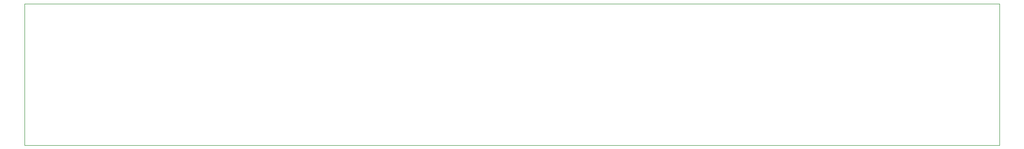
<source format=gbr>
%TF.GenerationSoftware,KiCad,Pcbnew,(6.0.9)*%
%TF.CreationDate,2023-11-02T17:09:57-06:00*%
%TF.ProjectId,MagicWand_Motherboard,4d616769-6357-4616-9e64-5f4d6f746865,rev?*%
%TF.SameCoordinates,Original*%
%TF.FileFunction,Profile,NP*%
%FSLAX46Y46*%
G04 Gerber Fmt 4.6, Leading zero omitted, Abs format (unit mm)*
G04 Created by KiCad (PCBNEW (6.0.9)) date 2023-11-02 17:09:57*
%MOMM*%
%LPD*%
G01*
G04 APERTURE LIST*
%TA.AperFunction,Profile*%
%ADD10C,0.100000*%
%TD*%
G04 APERTURE END LIST*
D10*
X69000000Y-74422000D02*
X244000000Y-74422000D01*
X244000000Y-74422000D02*
X244000000Y-99822000D01*
X244000000Y-99822000D02*
X69000000Y-99822000D01*
X69000000Y-99822000D02*
X69000000Y-74422000D01*
M02*

</source>
